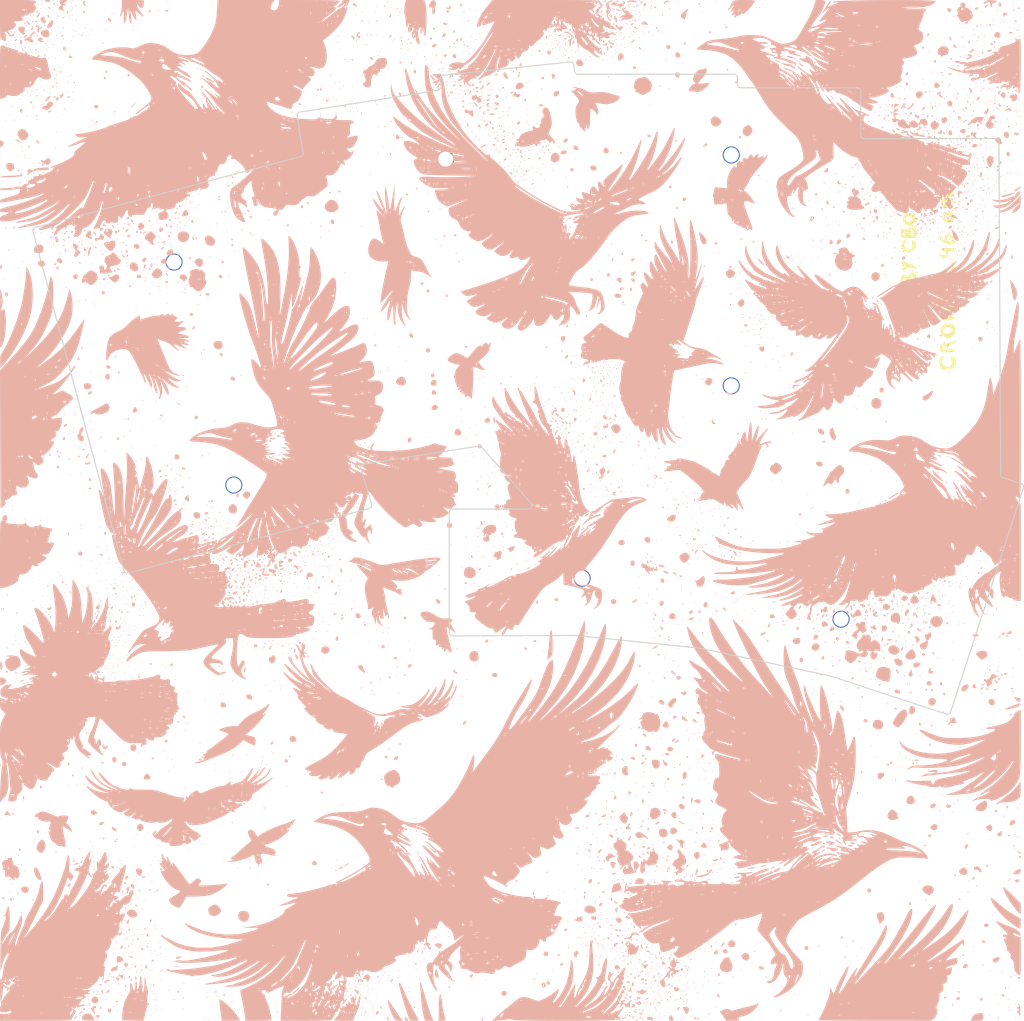
<source format=kicad_pcb>
(kicad_pcb (version 20240108) (generator "pcbnew") (generator_version "8.0")
  (title_block (title "bottom_plate") (rev "v1.0.0") (company "Unknown"))
  (layers (0 "F.Cu" signal) (31 "B.Cu" signal) (34 "B.Paste" user) (35 "F.Paste" user) (36 "B.SilkS" user "B.Silkscreen") (37 "F.SilkS" user "F.Silkscreen") (38 "B.Mask" user) (39 "F.Mask" user) (44 "Edge.Cuts" user))
  (net 0 "")
  (footprint "DrillHole" (layer "F.Cu") (at 82.183413 -16.125857)
    (property "Reference" "" (at 0 0 0) (layer "F.SilkS") (effects (font (size 1.27 1.27))))
    (property "Value" "")
    (pad "" thru_hole circle (at 0 0) (size 2.5 2.5) (drill 2.2) (layers "*.Cu" "*.Mask"))
  )
  (footprint "DrillHole" (layer "F.Cu") (at 0.113481 -34.349813 15)
    (property "Reference" "" (at 0 0 15) (layer "F.SilkS") (effects (font (size 1.27 1.27))))
    (property "Value" "")
    (pad "" thru_hole circle (at 0 0) (size 2.5 2.5) (drill 2.2) (layers "*.Cu" "*.Mask"))
  )
  (footprint "DrillHole" (layer "F.Cu") (at 40.118113 -49.512848 9)
    (property "Reference" "" (at 0 0 9) (layer "F.SilkS") (effects (font (size 1.27 1.27))))
    (property "Value" "")
    (pad "" thru_hole circle (at 0 0) (size 2.5 2.5) (drill 2.2) (layers "*.Cu" "*.Mask"))
  )
  (footprint "DrillHole" (layer "F.Cu") (at 8.913329 -1.508335 15)
    (property "Reference" "" (at 0 0 15) (layer "F.SilkS") (effects (font (size 1.27 1.27))))
    (property "Value" "")
    (pad "" thru_hole circle (at 0 0) (size 2.5 2.5) (drill 2.2) (layers "*.Cu" "*.Mask"))
  )
  (footprint "gorilla:one" (layer "F.Cu") (at 114 -42.8 90)
    (property "Reference" "G***" (hide yes))
    (property "Value" "LOGO" (hide yes))
  )
  (footprint "DrillHole" (layer "F.Cu") (at 60.221896 12.215293)
    (property "Reference" "" (at 0 0 0) (layer "F.SilkS") (effects (font (size 1.27 1.27))))
    (property "Value" "")
    (pad "" thru_hole circle (at 0 0) (size 2.5 2.5) (drill 2.2) (layers "*.Cu" "*.Mask"))
  )
  (footprint "gorilla:bycbotz" (layer "F.Cu") (at 108.4 -38.2 90)
    (property "Reference" "G***" (hide yes))
    (property "Value" "LOGO" (hide yes))
  )
  (footprint "gorilla:crowkb_46" (layer "F.Cu") (at 114.1 -28.5 90)
    (property "Reference" "G***" (hide yes))
    (property "Value" "LOGO" (hide yes))
  )
  (footprint "DrillHole" (layer "F.Cu") (at 82.183413 -50.125857)
    (property "Reference" "" (at 0 0 0) (layer "F.SilkS") (effects (font (size 1.27 1.27))))
    (property "Value" "")
    (pad "" thru_hole circle (at 0 0) (size 2.5 2.5) (drill 2.2) (layers "*.Cu" "*.Mask"))
  )
  (footprint "DrillHole" (layer "F.Cu") (at 98.352951 18.254659 -18)
    (property "Reference" "" (at 0 0 -18) (layer "F.SilkS") (effects (font (size 1.27 1.27))))
    (property "Value" "")
    (pad "" thru_hole circle (at 0 0) (size 2.5 2.5) (drill 2.2) (layers "*.Cu" "*.Mask"))
  )
  (footprint "gorilla:crow_splatter" (layer "B.Cu") (at 49.65 2.225 180)
    (property "Reference" "G***" (at 0 0 0) (layer "B.SilkS") (effects (font (size 1.5 1.5) (thickness 0.3)) (justify mirror)))
    (property "Value" "LOGO" (hide yes))
  )
  (gr_line (start 28.042531 -4.570496) (end 44.983177 -7.253631) (stroke (width 0.15)) (layer "Edge.Cuts"))
  (gr_arc (start 39.438744 -60.223488) (mid 39.342851 -59.860163) (end 39.020999 -59.666227) (stroke (width 0.15)) (layer "Edge.Cuts"))
  (gr_line (start -6.659745 11.464305) (end 28.871432 1.943756) (stroke (width 0.15)) (layer "Edge.Cuts"))
  (gr_arc (start 27.641937 -3.932638) (mid 27.697326 -4.342573) (end 28.042531 -4.570496) (stroke (width 0.15)) (layer "Edge.Cuts"))
  (gr_line (start 40.646896 2.515293) (end 40.646896 20.213371) (stroke (width 0.15)) (layer "Edge.Cuts"))
  (gr_line (start 11.982624 6.469098) (end 11.982624 6.469098) (stroke (width 0.15)) (layer "Edge.Cuts"))
  (gr_arc (start 19.10569 -50.431604) (mid 19.029885 -50.079083) (end 18.736671 -49.869219) (stroke (width 0.15)) (layer "Edge.Cuts"))
  (gr_arc (start 40.646896 2.515293) (mid 40.793343 2.16174) (end 41.146896 2.015293) (stroke (width 0.15)) (layer "Edge.Cuts"))
  (gr_line (start 82.583413 -62.025857) (end 59.588555 -62.025857) (stroke (width 0.15)) (layer "Edge.Cuts"))
  (gr_arc (start 39.301595 -61.296072) (mid 39.405476 -61.669767) (end 39.745293 -61.85675) (stroke (width 0.15)) (layer "Edge.Cuts"))
  (gr_line (start 77.478154 22.508206) (end 96.792332 26.613561) (stroke (width 0.15)) (layer "Edge.Cuts"))
  (gr_arc (start 52.698743 1.185505) (mid 52.778388 1.721577) (end 52.322924 2.015293) (stroke (width 0.15)) (layer "Edge.Cuts"))
  (gr_line (start 121.106038 -52.545857) (end 101.763413 -52.545857) (stroke (width 0.15)) (layer "Edge.Cuts"))
  (gr_line (start 59.091913 -62.468011) (end 58.985471 -63.381867) (stroke (width 0.15)) (layer "Edge.Cuts"))
  (gr_line (start -20.653062 -38.827613) (end -7.272117 11.110752) (stroke (width 0.15)) (layer "Edge.Cuts"))
  (gr_arc (start 101.763413 -52.545857) (mid 101.40986 -52.692304) (end 101.263413 -53.045857) (stroke (width 0.15)) (layer "Edge.Cuts"))
  (gr_arc (start 122.209328 -2.593706) (mid 121.960103 -2.774278) (end 121.863844 -3.066603) (stroke (width 0.15)) (layer "Edge.Cuts"))
  (gr_line (start 59.122143 20.647139) (end 77.424554 22.499822) (stroke (width 0.15)) (layer "Edge.Cuts"))
  (gr_arc (start 59.588555 -62.025858) (mid 59.256082 -62.152412) (end 59.091913 -62.468011) (stroke (width 0.15)) (layer "Edge.Cuts"))
  (gr_arc (start 29.220833 1.316778) (mid 29.178781 1.704189) (end 28.871432 1.943756) (stroke (width 0.15)) (layer "Edge.Cuts"))
  (gr_line (start 41.148815 20.713367) (end 59.069869 20.6446) (stroke (width 0.15)) (layer "Edge.Cuts"))
  (gr_line (start 101.263413 -53.045857) (end 101.263413 -59.525857) (stroke (width 0.15)) (layer "Edge.Cuts"))
  (gr_arc (start 77.424554 22.499822) (mid 77.451468 22.503287) (end 77.478154 22.508206) (stroke (width 0.15)) (layer "Edge.Cuts"))
  (gr_line (start 52.322924 2.015293) (end 41.146896 2.015293) (stroke (width 0.15)) (layer "Edge.Cuts"))
  (gr_line (start 100.763413 -60.025857) (end 83.583413 -60.025857) (stroke (width 0.15)) (layer "Edge.Cuts"))
  (gr_arc (start 44.983178 -7.253631) (mid 45.231308 -7.230031) (end 45.437214 -7.089575) (stroke (width 0.15)) (layer "Edge.Cuts"))
  (gr_line (start 45.437214 -7.089575) (end 52.698743 1.185506) (stroke (width 0.15)) (layer "Edge.Cuts"))
  (gr_line (start 114.49834 31.910291) (end 125.220636 -1.089542) (stroke (width 0.15)) (layer "Edge.Cuts"))
  (gr_arc (start 114.49834 31.91029) (mid 114.248952 32.201719) (end 113.86648 32.230714) (stroke (width 0.15)) (layer "Edge.Cuts"))
  (gr_arc (start 96.792332 26.613561) (mid 96.818712 26.619921) (end 96.844708 26.627703) (stroke (width 0.15)) (layer "Edge.Cuts"))
  (gr_line (start 29.220833 1.316778) (end 27.641937 -3.932637) (stroke (width 0.15)) (layer "Edge.Cuts"))
  (gr_arc (start 58.436564 -63.82128) (mid 58.801301 -63.714354) (end 58.985471 -63.381867) (stroke (width 0.15)) (layer "Edge.Cuts"))
  (gr_line (start 121.863844 -3.066603) (end 121.606031 -52.048489) (stroke (width 0.15)) (layer "Edge.Cuts"))
  (gr_line (start 124.899616 -1.719579) (end 122.209329 -2.593706) (stroke (width 0.15)) (layer "Edge.Cuts"))
  (gr_line (start 18.244442 -55.869311) (end 19.10569 -50.431605) (stroke (width 0.15)) (layer "Edge.Cuts"))
  (gr_arc (start 121.106038 -52.545857) (mid 121.45866 -52.40034) (end 121.606031 -52.048489) (stroke (width 0.15)) (layer "Edge.Cuts"))
  (gr_line (start 96.844708 26.627703) (end 113.86648 32.230714) (stroke (width 0.15)) (layer "Edge.Cuts"))
  (gr_arc (start -6.659745 11.464306) (mid -7.039154 11.414355) (end -7.272117 11.110752) (stroke (width 0.15)) (layer "Edge.Cuts"))
  (gr_arc (start -20.653061 -38.827614) (mid -20.603111 -39.207023) (end -20.299508 -39.439985) (stroke (width 0.15)) (layer "Edge.Cuts"))
  (gr_line (start 39.301595 -61.296071) (end 39.438744 -60.223489) (stroke (width 0.15)) (layer "Edge.Cuts"))
  (gr_line (start 39.020999 -59.666227) (end 18.660069 -56.441372) (stroke (width 0.15)) (layer "Edge.Cuts"))
  (gr_arc (start 82.583413 -62.025857) (mid 82.936966 -61.87941) (end 83.083413 -61.525857) (stroke (width 0.15)) (layer "Edge.Cuts"))
  (gr_line (start 83.083413 -60.525857) (end 83.083413 -61.525857) (stroke (width 0.15)) (layer "Edge.Cuts"))
  (gr_arc (start 59.069869 20.644601) (mid 59.096039 20.645186) (end 59.122143 20.647139) (stroke (width 0.15)) (layer "Edge.Cuts"))
  (gr_arc (start 41.148815 20.713367) (mid 40.794022 20.567602) (end 40.646896 20.213371) (stroke (width 0.15)) (layer "Edge.Cuts"))
  (gr_arc (start 124.899616 -1.71958) (mid 125.190611 -1.471046) (end 125.220636 -1.089542) (stroke (width 0.15)) (layer "Edge.Cuts"))
  (gr_arc (start 83.583413 -60.025857) (mid 83.22986 -60.172304) (end 83.083413 -60.525857) (stroke (width 0.15)) (layer "Edge.Cuts"))
  (gr_line (start -20.299508 -39.439985) (end 15.727235 -49.093322) (stroke (width 0.15)) (layer "Edge.Cuts"))
  (gr_line (start 18.736671 -49.869219) (end 15.727235 -49.093322) (stroke (width 0.15)) (layer "Edge.Cuts"))
  (gr_arc (start 18.244442 -55.869311) (mid 18.333778 -56.241421) (end 18.660069 -56.441372) (stroke (width 0.15)) (layer "Edge.Cuts"))
  (gr_arc (start 100.763413 -60.025857) (mid 101.116966 -59.87941) (end 101.263413 -59.525857) (stroke (width 0.15)) (layer "Edge.Cuts"))
  (gr_line (start 58.436565 -63.821281) (end 39.745293 -61.85675) (stroke (width 0.15)) (layer "Edge.Cuts"))
)
</source>
